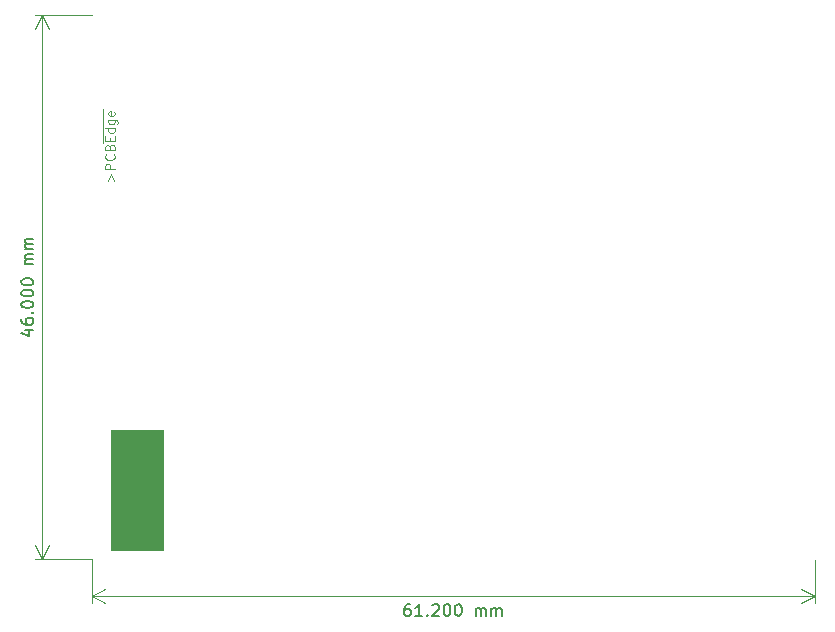
<source format=gbr>
G04 #@! TF.GenerationSoftware,KiCad,Pcbnew,(5.1.5-0-10_14)*
G04 #@! TF.CreationDate,2020-06-14T19:46:55-04:00*
G04 #@! TF.ProjectId,PD_PowerSupply,50445f50-6f77-4657-9253-7570706c792e,rev?*
G04 #@! TF.SameCoordinates,Original*
G04 #@! TF.FileFunction,OtherDrawing,Comment*
%FSLAX46Y46*%
G04 Gerber Fmt 4.6, Leading zero omitted, Abs format (unit mm)*
G04 Created by KiCad (PCBNEW (5.1.5-0-10_14)) date 2020-06-14 19:46:55*
%MOMM*%
%LPD*%
G04 APERTURE LIST*
%ADD10C,0.150000*%
%ADD11C,0.065000*%
%ADD12C,0.010000*%
%ADD13C,0.015000*%
G04 APERTURE END LIST*
D10*
X106359514Y-100401066D02*
X107026180Y-100401066D01*
X105978561Y-100639161D02*
X106692847Y-100877257D01*
X106692847Y-100258209D01*
X106026180Y-99448685D02*
X106026180Y-99639161D01*
X106073800Y-99734400D01*
X106121419Y-99782019D01*
X106264276Y-99877257D01*
X106454752Y-99924876D01*
X106835704Y-99924876D01*
X106930942Y-99877257D01*
X106978561Y-99829638D01*
X107026180Y-99734400D01*
X107026180Y-99543923D01*
X106978561Y-99448685D01*
X106930942Y-99401066D01*
X106835704Y-99353447D01*
X106597609Y-99353447D01*
X106502371Y-99401066D01*
X106454752Y-99448685D01*
X106407133Y-99543923D01*
X106407133Y-99734400D01*
X106454752Y-99829638D01*
X106502371Y-99877257D01*
X106597609Y-99924876D01*
X106930942Y-98924876D02*
X106978561Y-98877257D01*
X107026180Y-98924876D01*
X106978561Y-98972495D01*
X106930942Y-98924876D01*
X107026180Y-98924876D01*
X106026180Y-98258209D02*
X106026180Y-98162971D01*
X106073800Y-98067733D01*
X106121419Y-98020114D01*
X106216657Y-97972495D01*
X106407133Y-97924876D01*
X106645228Y-97924876D01*
X106835704Y-97972495D01*
X106930942Y-98020114D01*
X106978561Y-98067733D01*
X107026180Y-98162971D01*
X107026180Y-98258209D01*
X106978561Y-98353447D01*
X106930942Y-98401066D01*
X106835704Y-98448685D01*
X106645228Y-98496304D01*
X106407133Y-98496304D01*
X106216657Y-98448685D01*
X106121419Y-98401066D01*
X106073800Y-98353447D01*
X106026180Y-98258209D01*
X106026180Y-97305828D02*
X106026180Y-97210590D01*
X106073800Y-97115352D01*
X106121419Y-97067733D01*
X106216657Y-97020114D01*
X106407133Y-96972495D01*
X106645228Y-96972495D01*
X106835704Y-97020114D01*
X106930942Y-97067733D01*
X106978561Y-97115352D01*
X107026180Y-97210590D01*
X107026180Y-97305828D01*
X106978561Y-97401066D01*
X106930942Y-97448685D01*
X106835704Y-97496304D01*
X106645228Y-97543923D01*
X106407133Y-97543923D01*
X106216657Y-97496304D01*
X106121419Y-97448685D01*
X106073800Y-97401066D01*
X106026180Y-97305828D01*
X106026180Y-96353447D02*
X106026180Y-96258209D01*
X106073800Y-96162971D01*
X106121419Y-96115352D01*
X106216657Y-96067733D01*
X106407133Y-96020114D01*
X106645228Y-96020114D01*
X106835704Y-96067733D01*
X106930942Y-96115352D01*
X106978561Y-96162971D01*
X107026180Y-96258209D01*
X107026180Y-96353447D01*
X106978561Y-96448685D01*
X106930942Y-96496304D01*
X106835704Y-96543923D01*
X106645228Y-96591542D01*
X106407133Y-96591542D01*
X106216657Y-96543923D01*
X106121419Y-96496304D01*
X106073800Y-96448685D01*
X106026180Y-96353447D01*
X107026180Y-94829638D02*
X106359514Y-94829638D01*
X106454752Y-94829638D02*
X106407133Y-94782019D01*
X106359514Y-94686780D01*
X106359514Y-94543923D01*
X106407133Y-94448685D01*
X106502371Y-94401066D01*
X107026180Y-94401066D01*
X106502371Y-94401066D02*
X106407133Y-94353447D01*
X106359514Y-94258209D01*
X106359514Y-94115352D01*
X106407133Y-94020114D01*
X106502371Y-93972495D01*
X107026180Y-93972495D01*
X107026180Y-93496304D02*
X106359514Y-93496304D01*
X106454752Y-93496304D02*
X106407133Y-93448685D01*
X106359514Y-93353447D01*
X106359514Y-93210590D01*
X106407133Y-93115352D01*
X106502371Y-93067733D01*
X107026180Y-93067733D01*
X106502371Y-93067733D02*
X106407133Y-93020114D01*
X106359514Y-92924876D01*
X106359514Y-92782019D01*
X106407133Y-92686780D01*
X106502371Y-92639161D01*
X107026180Y-92639161D01*
D11*
X107788800Y-119734400D02*
X107788800Y-73734400D01*
X111988800Y-119734400D02*
X107202379Y-119734400D01*
X111988800Y-73734400D02*
X107202379Y-73734400D01*
X107788800Y-73734400D02*
X108375221Y-74860904D01*
X107788800Y-73734400D02*
X107202379Y-74860904D01*
X107788800Y-119734400D02*
X108375221Y-118607896D01*
X107788800Y-119734400D02*
X107202379Y-118607896D01*
D10*
X138922133Y-123601779D02*
X138731657Y-123601779D01*
X138636419Y-123649399D01*
X138588800Y-123697018D01*
X138493561Y-123839875D01*
X138445942Y-124030351D01*
X138445942Y-124411303D01*
X138493561Y-124506541D01*
X138541180Y-124554160D01*
X138636419Y-124601779D01*
X138826895Y-124601779D01*
X138922133Y-124554160D01*
X138969752Y-124506541D01*
X139017371Y-124411303D01*
X139017371Y-124173208D01*
X138969752Y-124077970D01*
X138922133Y-124030351D01*
X138826895Y-123982732D01*
X138636419Y-123982732D01*
X138541180Y-124030351D01*
X138493561Y-124077970D01*
X138445942Y-124173208D01*
X139969752Y-124601779D02*
X139398323Y-124601779D01*
X139684038Y-124601779D02*
X139684038Y-123601779D01*
X139588800Y-123744637D01*
X139493561Y-123839875D01*
X139398323Y-123887494D01*
X140398323Y-124506541D02*
X140445942Y-124554160D01*
X140398323Y-124601779D01*
X140350704Y-124554160D01*
X140398323Y-124506541D01*
X140398323Y-124601779D01*
X140826895Y-123697018D02*
X140874514Y-123649399D01*
X140969752Y-123601779D01*
X141207847Y-123601779D01*
X141303085Y-123649399D01*
X141350704Y-123697018D01*
X141398323Y-123792256D01*
X141398323Y-123887494D01*
X141350704Y-124030351D01*
X140779276Y-124601779D01*
X141398323Y-124601779D01*
X142017371Y-123601779D02*
X142112609Y-123601779D01*
X142207847Y-123649399D01*
X142255466Y-123697018D01*
X142303085Y-123792256D01*
X142350704Y-123982732D01*
X142350704Y-124220827D01*
X142303085Y-124411303D01*
X142255466Y-124506541D01*
X142207847Y-124554160D01*
X142112609Y-124601779D01*
X142017371Y-124601779D01*
X141922133Y-124554160D01*
X141874514Y-124506541D01*
X141826895Y-124411303D01*
X141779276Y-124220827D01*
X141779276Y-123982732D01*
X141826895Y-123792256D01*
X141874514Y-123697018D01*
X141922133Y-123649399D01*
X142017371Y-123601779D01*
X142969752Y-123601779D02*
X143064990Y-123601779D01*
X143160228Y-123649399D01*
X143207847Y-123697018D01*
X143255466Y-123792256D01*
X143303085Y-123982732D01*
X143303085Y-124220827D01*
X143255466Y-124411303D01*
X143207847Y-124506541D01*
X143160228Y-124554160D01*
X143064990Y-124601779D01*
X142969752Y-124601779D01*
X142874514Y-124554160D01*
X142826895Y-124506541D01*
X142779276Y-124411303D01*
X142731657Y-124220827D01*
X142731657Y-123982732D01*
X142779276Y-123792256D01*
X142826895Y-123697018D01*
X142874514Y-123649399D01*
X142969752Y-123601779D01*
X144493561Y-124601779D02*
X144493561Y-123935113D01*
X144493561Y-124030351D02*
X144541180Y-123982732D01*
X144636419Y-123935113D01*
X144779276Y-123935113D01*
X144874514Y-123982732D01*
X144922133Y-124077970D01*
X144922133Y-124601779D01*
X144922133Y-124077970D02*
X144969752Y-123982732D01*
X145064990Y-123935113D01*
X145207847Y-123935113D01*
X145303085Y-123982732D01*
X145350704Y-124077970D01*
X145350704Y-124601779D01*
X145826895Y-124601779D02*
X145826895Y-123935113D01*
X145826895Y-124030351D02*
X145874514Y-123982732D01*
X145969752Y-123935113D01*
X146112609Y-123935113D01*
X146207847Y-123982732D01*
X146255466Y-124077970D01*
X146255466Y-124601779D01*
X146255466Y-124077970D02*
X146303085Y-123982732D01*
X146398323Y-123935113D01*
X146541180Y-123935113D01*
X146636419Y-123982732D01*
X146684038Y-124077970D01*
X146684038Y-124601779D01*
D11*
X111988800Y-122934399D02*
X173188800Y-122934399D01*
X111988800Y-119834400D02*
X111988800Y-123520820D01*
X173188800Y-119834400D02*
X173188800Y-123520820D01*
X173188800Y-122934399D02*
X172062296Y-123520820D01*
X173188800Y-122934399D02*
X172062296Y-122347978D01*
X111988800Y-122934399D02*
X113115304Y-123520820D01*
X111988800Y-122934399D02*
X113115304Y-122347978D01*
D12*
G36*
X113614750Y-108828000D02*
G01*
X118026400Y-108828000D01*
X118026400Y-119035920D01*
X113614750Y-119035920D01*
X113614750Y-108828000D01*
G37*
X113614750Y-108828000D02*
X118026400Y-108828000D01*
X118026400Y-119035920D01*
X113614750Y-119035920D01*
X113614750Y-108828000D01*
G36*
X113606920Y-108828000D02*
G01*
X118026400Y-108828000D01*
X118026400Y-119041250D01*
X113606920Y-119041250D01*
X113606920Y-108828000D01*
G37*
X113606920Y-108828000D02*
X118026400Y-108828000D01*
X118026400Y-119041250D01*
X113606920Y-119041250D01*
X113606920Y-108828000D01*
D13*
X113392240Y-87768444D02*
X113620946Y-87158560D01*
X113849652Y-87768444D01*
X113925888Y-86777383D02*
X113125416Y-86777383D01*
X113125416Y-86472441D01*
X113163534Y-86396206D01*
X113201651Y-86358088D01*
X113277887Y-86319970D01*
X113392240Y-86319970D01*
X113468475Y-86358088D01*
X113506593Y-86396206D01*
X113544711Y-86472441D01*
X113544711Y-86777383D01*
X113849652Y-85519498D02*
X113887770Y-85557616D01*
X113925888Y-85671969D01*
X113925888Y-85748205D01*
X113887770Y-85862558D01*
X113811535Y-85938793D01*
X113735299Y-85976911D01*
X113582828Y-86015029D01*
X113468475Y-86015029D01*
X113316004Y-85976911D01*
X113239769Y-85938793D01*
X113163534Y-85862558D01*
X113125416Y-85748205D01*
X113125416Y-85671969D01*
X113163534Y-85557616D01*
X113201651Y-85519498D01*
X113506593Y-84909615D02*
X113544711Y-84795262D01*
X113582828Y-84757144D01*
X113659064Y-84719026D01*
X113773417Y-84719026D01*
X113849652Y-84757144D01*
X113887770Y-84795262D01*
X113925888Y-84871497D01*
X113925888Y-85176439D01*
X113125416Y-85176439D01*
X113125416Y-84909615D01*
X113163534Y-84833380D01*
X113201651Y-84795262D01*
X113277887Y-84757144D01*
X113354122Y-84757144D01*
X113430358Y-84795262D01*
X113468475Y-84833380D01*
X113506593Y-84909615D01*
X113506593Y-85176439D01*
X112967930Y-84566556D02*
X112967930Y-83842319D01*
X113506593Y-84375967D02*
X113506593Y-84109143D01*
X113925888Y-83994790D02*
X113925888Y-84375967D01*
X113125416Y-84375967D01*
X113125416Y-83994790D01*
X112967930Y-83842319D02*
X112967930Y-83118082D01*
X113925888Y-83308671D02*
X113125416Y-83308671D01*
X113887770Y-83308671D02*
X113925888Y-83384906D01*
X113925888Y-83537377D01*
X113887770Y-83613613D01*
X113849652Y-83651730D01*
X113773417Y-83689848D01*
X113544711Y-83689848D01*
X113468475Y-83651730D01*
X113430358Y-83613613D01*
X113392240Y-83537377D01*
X113392240Y-83384906D01*
X113430358Y-83308671D01*
X112967930Y-83118082D02*
X112967930Y-82393846D01*
X113392240Y-82584434D02*
X114040241Y-82584434D01*
X114116476Y-82622552D01*
X114154594Y-82660670D01*
X114192712Y-82736905D01*
X114192712Y-82851258D01*
X114154594Y-82927494D01*
X113887770Y-82584434D02*
X113925888Y-82660670D01*
X113925888Y-82813141D01*
X113887770Y-82889376D01*
X113849652Y-82927494D01*
X113773417Y-82965612D01*
X113544711Y-82965612D01*
X113468475Y-82927494D01*
X113430358Y-82889376D01*
X113392240Y-82813141D01*
X113392240Y-82660670D01*
X113430358Y-82584434D01*
X112967930Y-82393846D02*
X112967930Y-81707727D01*
X113887770Y-81898316D02*
X113925888Y-81974551D01*
X113925888Y-82127022D01*
X113887770Y-82203257D01*
X113811535Y-82241375D01*
X113506593Y-82241375D01*
X113430358Y-82203257D01*
X113392240Y-82127022D01*
X113392240Y-81974551D01*
X113430358Y-81898316D01*
X113506593Y-81860198D01*
X113582828Y-81860198D01*
X113659064Y-82241375D01*
M02*

</source>
